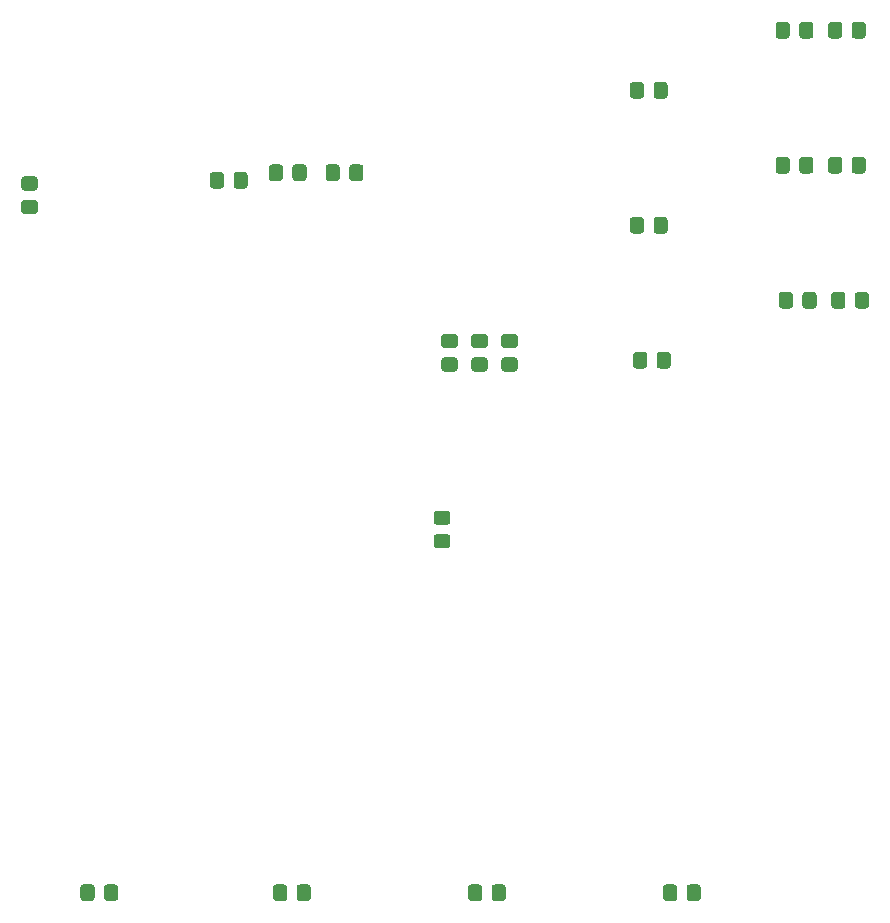
<source format=gbr>
%TF.GenerationSoftware,KiCad,Pcbnew,(5.1.12)-1*%
%TF.CreationDate,2022-08-13T13:45:03+02:00*%
%TF.ProjectId,petpuller,70657470-756c-46c6-9572-2e6b69636164,rev?*%
%TF.SameCoordinates,Original*%
%TF.FileFunction,Paste,Bot*%
%TF.FilePolarity,Positive*%
%FSLAX46Y46*%
G04 Gerber Fmt 4.6, Leading zero omitted, Abs format (unit mm)*
G04 Created by KiCad (PCBNEW (5.1.12)-1) date 2022-08-13 13:45:03*
%MOMM*%
%LPD*%
G01*
G04 APERTURE LIST*
G04 APERTURE END LIST*
%TO.C,R1*%
G36*
G01*
X179740000Y-52520001D02*
X179740000Y-51619999D01*
G75*
G02*
X179989999Y-51370000I249999J0D01*
G01*
X180690001Y-51370000D01*
G75*
G02*
X180940000Y-51619999I0J-249999D01*
G01*
X180940000Y-52520001D01*
G75*
G02*
X180690001Y-52770000I-249999J0D01*
G01*
X179989999Y-52770000D01*
G75*
G02*
X179740000Y-52520001I0J249999D01*
G01*
G37*
G36*
G01*
X177740000Y-52520001D02*
X177740000Y-51619999D01*
G75*
G02*
X177989999Y-51370000I249999J0D01*
G01*
X178690001Y-51370000D01*
G75*
G02*
X178940000Y-51619999I0J-249999D01*
G01*
X178940000Y-52520001D01*
G75*
G02*
X178690001Y-52770000I-249999J0D01*
G01*
X177989999Y-52770000D01*
G75*
G02*
X177740000Y-52520001I0J249999D01*
G01*
G37*
%TD*%
%TO.C,R2*%
G36*
G01*
X113849999Y-41580000D02*
X114750001Y-41580000D01*
G75*
G02*
X115000000Y-41829999I0J-249999D01*
G01*
X115000000Y-42530001D01*
G75*
G02*
X114750001Y-42780000I-249999J0D01*
G01*
X113849999Y-42780000D01*
G75*
G02*
X113600000Y-42530001I0J249999D01*
G01*
X113600000Y-41829999D01*
G75*
G02*
X113849999Y-41580000I249999J0D01*
G01*
G37*
G36*
G01*
X113849999Y-43580000D02*
X114750001Y-43580000D01*
G75*
G02*
X115000000Y-43829999I0J-249999D01*
G01*
X115000000Y-44530001D01*
G75*
G02*
X114750001Y-44780000I-249999J0D01*
G01*
X113849999Y-44780000D01*
G75*
G02*
X113600000Y-44530001I0J249999D01*
G01*
X113600000Y-43829999D01*
G75*
G02*
X113849999Y-43580000I249999J0D01*
G01*
G37*
%TD*%
%TO.C,R3*%
G36*
G01*
X132775000Y-41459999D02*
X132775000Y-42360001D01*
G75*
G02*
X132525001Y-42610000I-249999J0D01*
G01*
X131824999Y-42610000D01*
G75*
G02*
X131575000Y-42360001I0J249999D01*
G01*
X131575000Y-41459999D01*
G75*
G02*
X131824999Y-41210000I249999J0D01*
G01*
X132525001Y-41210000D01*
G75*
G02*
X132775000Y-41459999I0J-249999D01*
G01*
G37*
G36*
G01*
X130775000Y-41459999D02*
X130775000Y-42360001D01*
G75*
G02*
X130525001Y-42610000I-249999J0D01*
G01*
X129824999Y-42610000D01*
G75*
G02*
X129575000Y-42360001I0J249999D01*
G01*
X129575000Y-41459999D01*
G75*
G02*
X129824999Y-41210000I249999J0D01*
G01*
X130525001Y-41210000D01*
G75*
G02*
X130775000Y-41459999I0J-249999D01*
G01*
G37*
%TD*%
%TO.C,R4*%
G36*
G01*
X119807500Y-101784999D02*
X119807500Y-102685001D01*
G75*
G02*
X119557501Y-102935000I-249999J0D01*
G01*
X118857499Y-102935000D01*
G75*
G02*
X118607500Y-102685001I0J249999D01*
G01*
X118607500Y-101784999D01*
G75*
G02*
X118857499Y-101535000I249999J0D01*
G01*
X119557501Y-101535000D01*
G75*
G02*
X119807500Y-101784999I0J-249999D01*
G01*
G37*
G36*
G01*
X121807500Y-101784999D02*
X121807500Y-102685001D01*
G75*
G02*
X121557501Y-102935000I-249999J0D01*
G01*
X120857499Y-102935000D01*
G75*
G02*
X120607500Y-102685001I0J249999D01*
G01*
X120607500Y-101784999D01*
G75*
G02*
X120857499Y-101535000I249999J0D01*
G01*
X121557501Y-101535000D01*
G75*
G02*
X121807500Y-101784999I0J-249999D01*
G01*
G37*
%TD*%
%TO.C,R5*%
G36*
G01*
X138125000Y-101784999D02*
X138125000Y-102685001D01*
G75*
G02*
X137875001Y-102935000I-249999J0D01*
G01*
X137174999Y-102935000D01*
G75*
G02*
X136925000Y-102685001I0J249999D01*
G01*
X136925000Y-101784999D01*
G75*
G02*
X137174999Y-101535000I249999J0D01*
G01*
X137875001Y-101535000D01*
G75*
G02*
X138125000Y-101784999I0J-249999D01*
G01*
G37*
G36*
G01*
X136125000Y-101784999D02*
X136125000Y-102685001D01*
G75*
G02*
X135875001Y-102935000I-249999J0D01*
G01*
X135174999Y-102935000D01*
G75*
G02*
X134925000Y-102685001I0J249999D01*
G01*
X134925000Y-101784999D01*
G75*
G02*
X135174999Y-101535000I249999J0D01*
G01*
X135875001Y-101535000D01*
G75*
G02*
X136125000Y-101784999I0J-249999D01*
G01*
G37*
%TD*%
%TO.C,R6*%
G36*
G01*
X154635000Y-101784999D02*
X154635000Y-102685001D01*
G75*
G02*
X154385001Y-102935000I-249999J0D01*
G01*
X153684999Y-102935000D01*
G75*
G02*
X153435000Y-102685001I0J249999D01*
G01*
X153435000Y-101784999D01*
G75*
G02*
X153684999Y-101535000I249999J0D01*
G01*
X154385001Y-101535000D01*
G75*
G02*
X154635000Y-101784999I0J-249999D01*
G01*
G37*
G36*
G01*
X152635000Y-101784999D02*
X152635000Y-102685001D01*
G75*
G02*
X152385001Y-102935000I-249999J0D01*
G01*
X151684999Y-102935000D01*
G75*
G02*
X151435000Y-102685001I0J249999D01*
G01*
X151435000Y-101784999D01*
G75*
G02*
X151684999Y-101535000I249999J0D01*
G01*
X152385001Y-101535000D01*
G75*
G02*
X152635000Y-101784999I0J-249999D01*
G01*
G37*
%TD*%
%TO.C,R7*%
G36*
G01*
X169145000Y-101784999D02*
X169145000Y-102685001D01*
G75*
G02*
X168895001Y-102935000I-249999J0D01*
G01*
X168194999Y-102935000D01*
G75*
G02*
X167945000Y-102685001I0J249999D01*
G01*
X167945000Y-101784999D01*
G75*
G02*
X168194999Y-101535000I249999J0D01*
G01*
X168895001Y-101535000D01*
G75*
G02*
X169145000Y-101784999I0J-249999D01*
G01*
G37*
G36*
G01*
X171145000Y-101784999D02*
X171145000Y-102685001D01*
G75*
G02*
X170895001Y-102935000I-249999J0D01*
G01*
X170194999Y-102935000D01*
G75*
G02*
X169945000Y-102685001I0J249999D01*
G01*
X169945000Y-101784999D01*
G75*
G02*
X170194999Y-101535000I249999J0D01*
G01*
X170895001Y-101535000D01*
G75*
G02*
X171145000Y-101784999I0J-249999D01*
G01*
G37*
%TD*%
%TO.C,R8*%
G36*
G01*
X148774999Y-69885000D02*
X149675001Y-69885000D01*
G75*
G02*
X149925000Y-70134999I0J-249999D01*
G01*
X149925000Y-70835001D01*
G75*
G02*
X149675001Y-71085000I-249999J0D01*
G01*
X148774999Y-71085000D01*
G75*
G02*
X148525000Y-70835001I0J249999D01*
G01*
X148525000Y-70134999D01*
G75*
G02*
X148774999Y-69885000I249999J0D01*
G01*
G37*
G36*
G01*
X148774999Y-71885000D02*
X149675001Y-71885000D01*
G75*
G02*
X149925000Y-72134999I0J-249999D01*
G01*
X149925000Y-72835001D01*
G75*
G02*
X149675001Y-73085000I-249999J0D01*
G01*
X148774999Y-73085000D01*
G75*
G02*
X148525000Y-72835001I0J249999D01*
G01*
X148525000Y-72134999D01*
G75*
G02*
X148774999Y-71885000I249999J0D01*
G01*
G37*
%TD*%
%TO.C,R10*%
G36*
G01*
X165405000Y-57600001D02*
X165405000Y-56699999D01*
G75*
G02*
X165654999Y-56450000I249999J0D01*
G01*
X166355001Y-56450000D01*
G75*
G02*
X166605000Y-56699999I0J-249999D01*
G01*
X166605000Y-57600001D01*
G75*
G02*
X166355001Y-57850000I-249999J0D01*
G01*
X165654999Y-57850000D01*
G75*
G02*
X165405000Y-57600001I0J249999D01*
G01*
G37*
G36*
G01*
X167405000Y-57600001D02*
X167405000Y-56699999D01*
G75*
G02*
X167654999Y-56450000I249999J0D01*
G01*
X168355001Y-56450000D01*
G75*
G02*
X168605000Y-56699999I0J-249999D01*
G01*
X168605000Y-57600001D01*
G75*
G02*
X168355001Y-57850000I-249999J0D01*
G01*
X167654999Y-57850000D01*
G75*
G02*
X167405000Y-57600001I0J249999D01*
G01*
G37*
%TD*%
%TO.C,R11*%
G36*
G01*
X184185000Y-52520001D02*
X184185000Y-51619999D01*
G75*
G02*
X184434999Y-51370000I249999J0D01*
G01*
X185135001Y-51370000D01*
G75*
G02*
X185385000Y-51619999I0J-249999D01*
G01*
X185385000Y-52520001D01*
G75*
G02*
X185135001Y-52770000I-249999J0D01*
G01*
X184434999Y-52770000D01*
G75*
G02*
X184185000Y-52520001I0J249999D01*
G01*
G37*
G36*
G01*
X182185000Y-52520001D02*
X182185000Y-51619999D01*
G75*
G02*
X182434999Y-51370000I249999J0D01*
G01*
X183135001Y-51370000D01*
G75*
G02*
X183385000Y-51619999I0J-249999D01*
G01*
X183385000Y-52520001D01*
G75*
G02*
X183135001Y-52770000I-249999J0D01*
G01*
X182434999Y-52770000D01*
G75*
G02*
X182185000Y-52520001I0J249999D01*
G01*
G37*
%TD*%
%TO.C,R12*%
G36*
G01*
X141370000Y-41725001D02*
X141370000Y-40824999D01*
G75*
G02*
X141619999Y-40575000I249999J0D01*
G01*
X142320001Y-40575000D01*
G75*
G02*
X142570000Y-40824999I0J-249999D01*
G01*
X142570000Y-41725001D01*
G75*
G02*
X142320001Y-41975000I-249999J0D01*
G01*
X141619999Y-41975000D01*
G75*
G02*
X141370000Y-41725001I0J249999D01*
G01*
G37*
G36*
G01*
X139370000Y-41725001D02*
X139370000Y-40824999D01*
G75*
G02*
X139619999Y-40575000I249999J0D01*
G01*
X140320001Y-40575000D01*
G75*
G02*
X140570000Y-40824999I0J-249999D01*
G01*
X140570000Y-41725001D01*
G75*
G02*
X140320001Y-41975000I-249999J0D01*
G01*
X139619999Y-41975000D01*
G75*
G02*
X139370000Y-41725001I0J249999D01*
G01*
G37*
%TD*%
%TO.C,R13*%
G36*
G01*
X134560000Y-41725001D02*
X134560000Y-40824999D01*
G75*
G02*
X134809999Y-40575000I249999J0D01*
G01*
X135510001Y-40575000D01*
G75*
G02*
X135760000Y-40824999I0J-249999D01*
G01*
X135760000Y-41725001D01*
G75*
G02*
X135510001Y-41975000I-249999J0D01*
G01*
X134809999Y-41975000D01*
G75*
G02*
X134560000Y-41725001I0J249999D01*
G01*
G37*
G36*
G01*
X136560000Y-41725001D02*
X136560000Y-40824999D01*
G75*
G02*
X136809999Y-40575000I249999J0D01*
G01*
X137510001Y-40575000D01*
G75*
G02*
X137760000Y-40824999I0J-249999D01*
G01*
X137760000Y-41725001D01*
G75*
G02*
X137510001Y-41975000I-249999J0D01*
G01*
X136809999Y-41975000D01*
G75*
G02*
X136560000Y-41725001I0J249999D01*
G01*
G37*
%TD*%
%TO.C,R14*%
G36*
G01*
X167135000Y-46170001D02*
X167135000Y-45269999D01*
G75*
G02*
X167384999Y-45020000I249999J0D01*
G01*
X168085001Y-45020000D01*
G75*
G02*
X168335000Y-45269999I0J-249999D01*
G01*
X168335000Y-46170001D01*
G75*
G02*
X168085001Y-46420000I-249999J0D01*
G01*
X167384999Y-46420000D01*
G75*
G02*
X167135000Y-46170001I0J249999D01*
G01*
G37*
G36*
G01*
X165135000Y-46170001D02*
X165135000Y-45269999D01*
G75*
G02*
X165384999Y-45020000I249999J0D01*
G01*
X166085001Y-45020000D01*
G75*
G02*
X166335000Y-45269999I0J-249999D01*
G01*
X166335000Y-46170001D01*
G75*
G02*
X166085001Y-46420000I-249999J0D01*
G01*
X165384999Y-46420000D01*
G75*
G02*
X165135000Y-46170001I0J249999D01*
G01*
G37*
%TD*%
%TO.C,R15*%
G36*
G01*
X181915000Y-41090001D02*
X181915000Y-40189999D01*
G75*
G02*
X182164999Y-39940000I249999J0D01*
G01*
X182865001Y-39940000D01*
G75*
G02*
X183115000Y-40189999I0J-249999D01*
G01*
X183115000Y-41090001D01*
G75*
G02*
X182865001Y-41340000I-249999J0D01*
G01*
X182164999Y-41340000D01*
G75*
G02*
X181915000Y-41090001I0J249999D01*
G01*
G37*
G36*
G01*
X183915000Y-41090001D02*
X183915000Y-40189999D01*
G75*
G02*
X184164999Y-39940000I249999J0D01*
G01*
X184865001Y-39940000D01*
G75*
G02*
X185115000Y-40189999I0J-249999D01*
G01*
X185115000Y-41090001D01*
G75*
G02*
X184865001Y-41340000I-249999J0D01*
G01*
X184164999Y-41340000D01*
G75*
G02*
X183915000Y-41090001I0J249999D01*
G01*
G37*
%TD*%
%TO.C,R16*%
G36*
G01*
X179470000Y-41090001D02*
X179470000Y-40189999D01*
G75*
G02*
X179719999Y-39940000I249999J0D01*
G01*
X180420001Y-39940000D01*
G75*
G02*
X180670000Y-40189999I0J-249999D01*
G01*
X180670000Y-41090001D01*
G75*
G02*
X180420001Y-41340000I-249999J0D01*
G01*
X179719999Y-41340000D01*
G75*
G02*
X179470000Y-41090001I0J249999D01*
G01*
G37*
G36*
G01*
X177470000Y-41090001D02*
X177470000Y-40189999D01*
G75*
G02*
X177719999Y-39940000I249999J0D01*
G01*
X178420001Y-39940000D01*
G75*
G02*
X178670000Y-40189999I0J-249999D01*
G01*
X178670000Y-41090001D01*
G75*
G02*
X178420001Y-41340000I-249999J0D01*
G01*
X177719999Y-41340000D01*
G75*
G02*
X177470000Y-41090001I0J249999D01*
G01*
G37*
%TD*%
%TO.C,R17*%
G36*
G01*
X165135000Y-34740001D02*
X165135000Y-33839999D01*
G75*
G02*
X165384999Y-33590000I249999J0D01*
G01*
X166085001Y-33590000D01*
G75*
G02*
X166335000Y-33839999I0J-249999D01*
G01*
X166335000Y-34740001D01*
G75*
G02*
X166085001Y-34990000I-249999J0D01*
G01*
X165384999Y-34990000D01*
G75*
G02*
X165135000Y-34740001I0J249999D01*
G01*
G37*
G36*
G01*
X167135000Y-34740001D02*
X167135000Y-33839999D01*
G75*
G02*
X167384999Y-33590000I249999J0D01*
G01*
X168085001Y-33590000D01*
G75*
G02*
X168335000Y-33839999I0J-249999D01*
G01*
X168335000Y-34740001D01*
G75*
G02*
X168085001Y-34990000I-249999J0D01*
G01*
X167384999Y-34990000D01*
G75*
G02*
X167135000Y-34740001I0J249999D01*
G01*
G37*
%TD*%
%TO.C,R18*%
G36*
G01*
X183915000Y-29660001D02*
X183915000Y-28759999D01*
G75*
G02*
X184164999Y-28510000I249999J0D01*
G01*
X184865001Y-28510000D01*
G75*
G02*
X185115000Y-28759999I0J-249999D01*
G01*
X185115000Y-29660001D01*
G75*
G02*
X184865001Y-29910000I-249999J0D01*
G01*
X184164999Y-29910000D01*
G75*
G02*
X183915000Y-29660001I0J249999D01*
G01*
G37*
G36*
G01*
X181915000Y-29660001D02*
X181915000Y-28759999D01*
G75*
G02*
X182164999Y-28510000I249999J0D01*
G01*
X182865001Y-28510000D01*
G75*
G02*
X183115000Y-28759999I0J-249999D01*
G01*
X183115000Y-29660001D01*
G75*
G02*
X182865001Y-29910000I-249999J0D01*
G01*
X182164999Y-29910000D01*
G75*
G02*
X181915000Y-29660001I0J249999D01*
G01*
G37*
%TD*%
%TO.C,R19*%
G36*
G01*
X177470000Y-29660001D02*
X177470000Y-28759999D01*
G75*
G02*
X177719999Y-28510000I249999J0D01*
G01*
X178420001Y-28510000D01*
G75*
G02*
X178670000Y-28759999I0J-249999D01*
G01*
X178670000Y-29660001D01*
G75*
G02*
X178420001Y-29910000I-249999J0D01*
G01*
X177719999Y-29910000D01*
G75*
G02*
X177470000Y-29660001I0J249999D01*
G01*
G37*
G36*
G01*
X179470000Y-29660001D02*
X179470000Y-28759999D01*
G75*
G02*
X179719999Y-28510000I249999J0D01*
G01*
X180420001Y-28510000D01*
G75*
G02*
X180670000Y-28759999I0J-249999D01*
G01*
X180670000Y-29660001D01*
G75*
G02*
X180420001Y-29910000I-249999J0D01*
G01*
X179719999Y-29910000D01*
G75*
G02*
X179470000Y-29660001I0J249999D01*
G01*
G37*
%TD*%
%TO.C,R9*%
G36*
G01*
X150310001Y-58115000D02*
X149409999Y-58115000D01*
G75*
G02*
X149160000Y-57865001I0J249999D01*
G01*
X149160000Y-57164999D01*
G75*
G02*
X149409999Y-56915000I249999J0D01*
G01*
X150310001Y-56915000D01*
G75*
G02*
X150560000Y-57164999I0J-249999D01*
G01*
X150560000Y-57865001D01*
G75*
G02*
X150310001Y-58115000I-249999J0D01*
G01*
G37*
G36*
G01*
X150310001Y-56115000D02*
X149409999Y-56115000D01*
G75*
G02*
X149160000Y-55865001I0J249999D01*
G01*
X149160000Y-55164999D01*
G75*
G02*
X149409999Y-54915000I249999J0D01*
G01*
X150310001Y-54915000D01*
G75*
G02*
X150560000Y-55164999I0J-249999D01*
G01*
X150560000Y-55865001D01*
G75*
G02*
X150310001Y-56115000I-249999J0D01*
G01*
G37*
%TD*%
%TO.C,R20*%
G36*
G01*
X152850001Y-56115000D02*
X151949999Y-56115000D01*
G75*
G02*
X151700000Y-55865001I0J249999D01*
G01*
X151700000Y-55164999D01*
G75*
G02*
X151949999Y-54915000I249999J0D01*
G01*
X152850001Y-54915000D01*
G75*
G02*
X153100000Y-55164999I0J-249999D01*
G01*
X153100000Y-55865001D01*
G75*
G02*
X152850001Y-56115000I-249999J0D01*
G01*
G37*
G36*
G01*
X152850001Y-58115000D02*
X151949999Y-58115000D01*
G75*
G02*
X151700000Y-57865001I0J249999D01*
G01*
X151700000Y-57164999D01*
G75*
G02*
X151949999Y-56915000I249999J0D01*
G01*
X152850001Y-56915000D01*
G75*
G02*
X153100000Y-57164999I0J-249999D01*
G01*
X153100000Y-57865001D01*
G75*
G02*
X152850001Y-58115000I-249999J0D01*
G01*
G37*
%TD*%
%TO.C,R21*%
G36*
G01*
X155390001Y-58115000D02*
X154489999Y-58115000D01*
G75*
G02*
X154240000Y-57865001I0J249999D01*
G01*
X154240000Y-57164999D01*
G75*
G02*
X154489999Y-56915000I249999J0D01*
G01*
X155390001Y-56915000D01*
G75*
G02*
X155640000Y-57164999I0J-249999D01*
G01*
X155640000Y-57865001D01*
G75*
G02*
X155390001Y-58115000I-249999J0D01*
G01*
G37*
G36*
G01*
X155390001Y-56115000D02*
X154489999Y-56115000D01*
G75*
G02*
X154240000Y-55865001I0J249999D01*
G01*
X154240000Y-55164999D01*
G75*
G02*
X154489999Y-54915000I249999J0D01*
G01*
X155390001Y-54915000D01*
G75*
G02*
X155640000Y-55164999I0J-249999D01*
G01*
X155640000Y-55865001D01*
G75*
G02*
X155390001Y-56115000I-249999J0D01*
G01*
G37*
%TD*%
M02*

</source>
